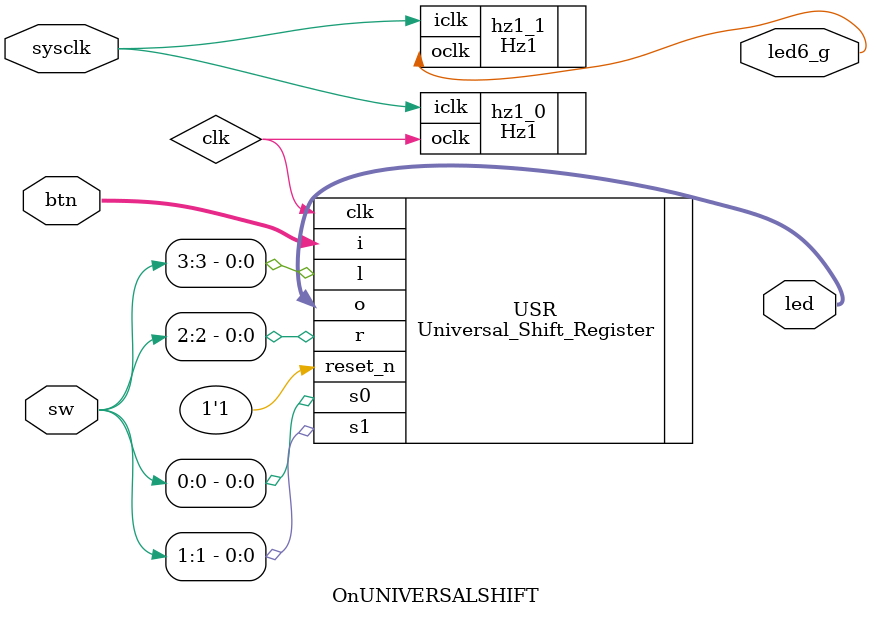
<source format=v>
`timescale 1ns / 1ps


module OnUNIVERSALSHIFT(
    output led6_g,
    output [3:0]led,
    input sysclk,
    input[3:0]sw,
    input [3:0]btn
    );
    
    wire clk;
    
    Hz1#(125000000, 1) hz1_0(.oclk(clk), .iclk(sysclk));
    Hz1#(125000000, 1) hz1_1(.oclk(led6_g), .iclk(sysclk));
    
    Universal_Shift_Register#(4) USR(.o(led), .clk(clk), .reset_n(1'b1), .s0(sw[0]), .s1(sw[1]), .l(sw[3]), .r(sw[2]), .i(btn));
endmodule

</source>
